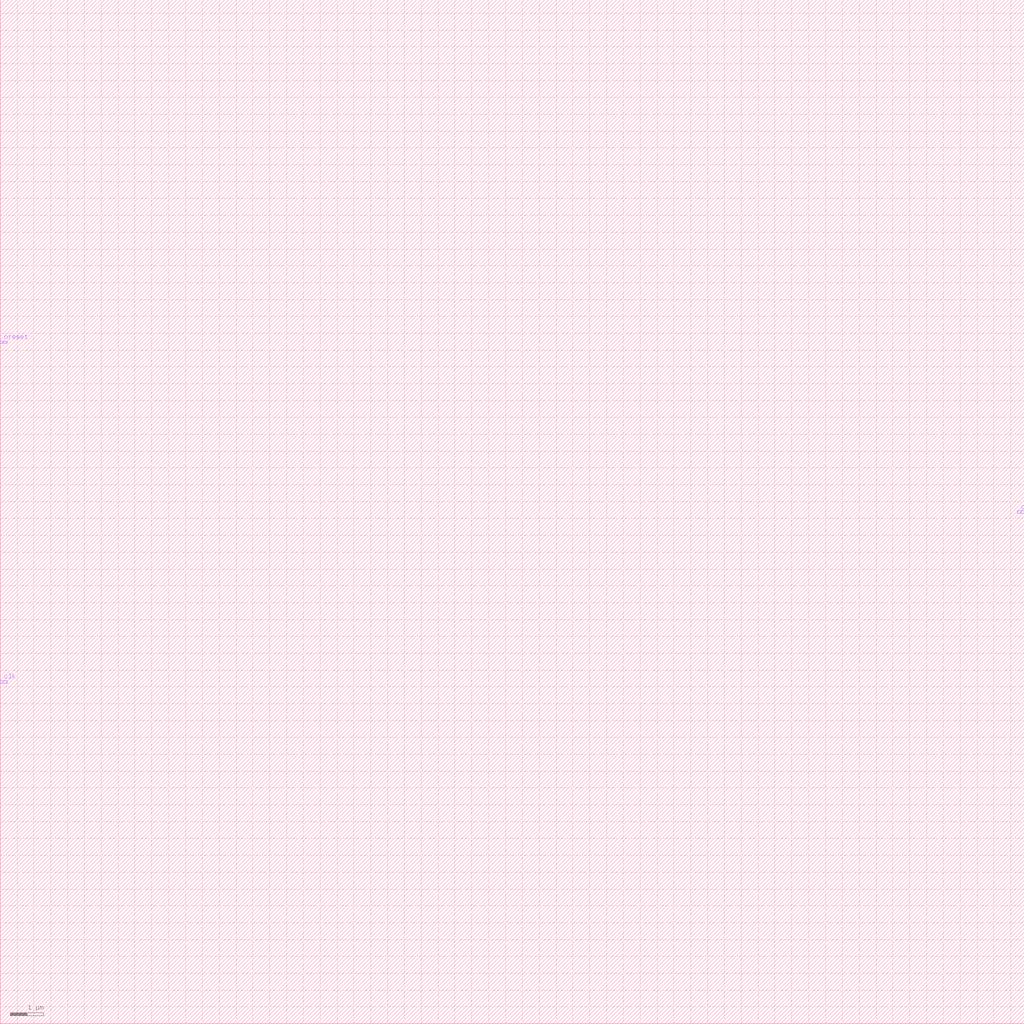
<source format=lef>
VERSION 5.8 ;
BUSBITCHARS "[]" ;
DIVIDERCHAR "/" ;
UNITS
  DATABASE MICRONS 2000 ;
END UNITS

MACRO heartbeat
  FOREIGN heartbeat ;


  SIZE 30.4 BY 30.4 ;
  CLASS BLOCK ;
  PIN clk
    DIRECTION inout ;
    USE signal ;
    SHAPE ABUTMENT ;
    PORT
      LAYER metal3 ;
      RECT 0.0
           10.115
           0.21000000000000002
           10.185 ;
    END
  END clk
  PIN nreset
    DIRECTION inout ;
    USE signal ;
    SHAPE ABUTMENT ;
    PORT
      LAYER metal3 ;
      RECT 0.0
           20.195
           0.21000000000000002
           20.265 ;
    END
  END nreset
  PIN out
    DIRECTION inout ;
    USE signal ;
    SHAPE ABUTMENT ;
    PORT
      LAYER metal3 ;
      RECT 30.189999999999998
           15.155
           30.4
           15.225 ;
    END
  END out


END heartbeat

END LIBRARY
</source>
